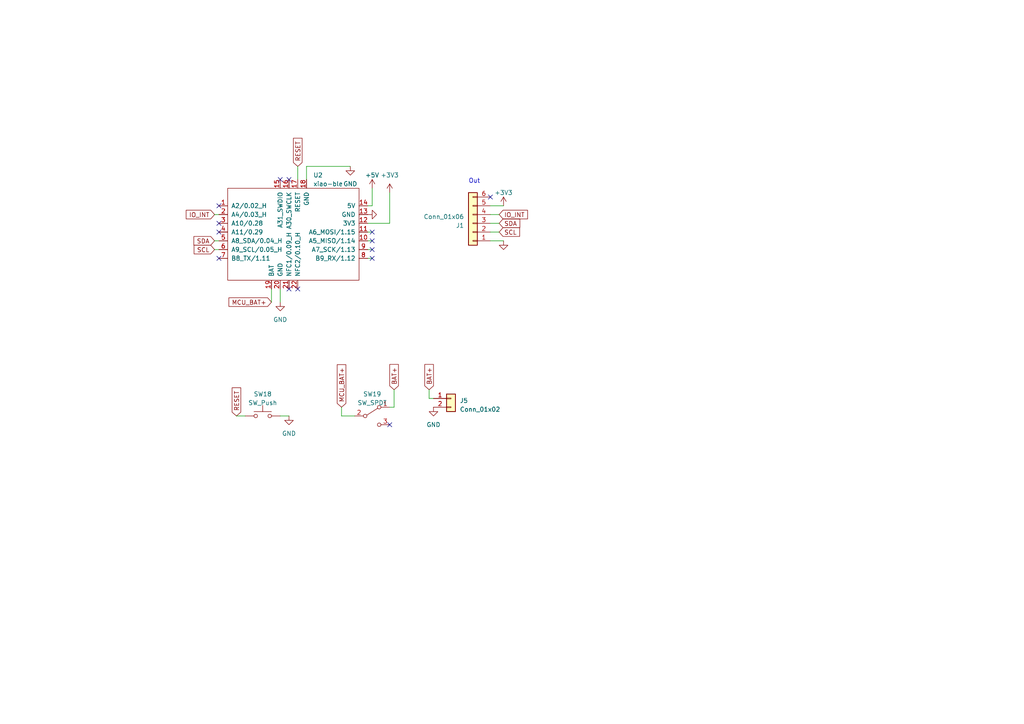
<source format=kicad_sch>
(kicad_sch (version 20230121) (generator eeschema)
  (paper "A4")
  (lib_symbols
    (symbol "+3V3_1" (power) (pin_names (offset 0))
      (property "Value" "+3V3_1" (at 0 3.556 0))
      (symbol "+3V3_1_0_1"
        (polyline (pts (xy -0.762 1.27) (xy 0 2.54)))
        (polyline (pts (xy 0 0) (xy 0 2.54)))
        (polyline (pts (xy 0 2.54) (xy 0.762 1.27)))
      )
      (symbol "+3V3_1_1_1"
        (pin power_in line (at 0 0 90) (length 0) hide (name "+3V3") (number "1"))
      )
    )
    (symbol "Connector_Generic:Conn_01x02" (pin_names (offset 1.016) hide)
      (property "Reference" "J" (at 0 2.54 0))
      (property "Value" "Conn_01x02" (at 0 -5.08 0))
      (symbol "Conn_01x02_1_1"
        (rectangle (start -1.27 -2.413) (end 0 -2.667) (stroke (width 0.1524)))
        (rectangle (start -1.27 0.127) (end 0 -0.127) (stroke (width 0.1524)))
        (rectangle (start -1.27 1.27) (end 1.27 -3.81) (stroke (width 0.254)) (fill (type background)))
        (pin passive line (at -5.08 0 0) (length 3.81) (name "Pin_1") (number "1"))
        (pin passive line (at -5.08 -2.54 0) (length 3.81) (name "Pin_2") (number "2"))
      )
    )
    (symbol "Connector_Generic:Conn_01x06" (pin_names (offset 1.016) hide)
      (property "Reference" "J" (at 0 7.62 0))
      (property "Value" "Conn_01x06" (at 0 -10.16 0))
      (symbol "Conn_01x06_1_1"
        (rectangle (start -1.27 -7.493) (end 0 -7.747) (stroke (width 0.1524)))
        (rectangle (start -1.27 -4.953) (end 0 -5.207) (stroke (width 0.1524)))
        (rectangle (start -1.27 -2.413) (end 0 -2.667) (stroke (width 0.1524)))
        (rectangle (start -1.27 0.127) (end 0 -0.127) (stroke (width 0.1524)))
        (rectangle (start -1.27 2.667) (end 0 2.413) (stroke (width 0.1524)))
        (rectangle (start -1.27 5.207) (end 0 4.953) (stroke (width 0.1524)))
        (rectangle (start -1.27 6.35) (end 1.27 -8.89) (stroke (width 0.254)) (fill (type background)))
        (pin passive line (at -5.08 5.08 0) (length 3.81) (name "Pin_1") (number "1"))
        (pin passive line (at -5.08 2.54 0) (length 3.81) (name "Pin_2") (number "2"))
        (pin passive line (at -5.08 0 0) (length 3.81) (name "Pin_3") (number "3"))
        (pin passive line (at -5.08 -2.54 0) (length 3.81) (name "Pin_4") (number "4"))
        (pin passive line (at -5.08 -5.08 0) (length 3.81) (name "Pin_5") (number "5"))
        (pin passive line (at -5.08 -7.62 0) (length 3.81) (name "Pin_6") (number "6"))
      )
    )
    (symbol "Switch:SW_Push" (pin_numbers hide) (pin_names (offset 1.016) hide)
      (property "Reference" "SW" (at 1.27 2.54 0))
      (property "Value" "SW_Push" (at 0 -1.524 0))
      (symbol "SW_Push_0_1"
        (circle (center -2.032 0) (radius 0.508))
        (polyline (pts (xy 0 1.27) (xy 0 3.048)))
        (polyline (pts (xy 2.54 1.27) (xy -2.54 1.27)))
        (circle (center 2.032 0) (radius 0.508))
        (pin passive line (at -5.08 0 0) (length 2.54) (name "1") (number "1"))
        (pin passive line (at 5.08 0 180) (length 2.54) (name "2") (number "2"))
      )
    )
    (symbol "Switch:SW_SPDT" (pin_names (offset 0) hide)
      (property "Reference" "SW" (at 0 4.318 0))
      (property "Value" "SW_SPDT" (at 0 -5.08 0))
      (symbol "SW_SPDT_0_0"
        (circle (center -2.032 0) (radius 0.508))
        (circle (center 2.032 -2.54) (radius 0.508))
      )
      (symbol "SW_SPDT_0_1"
        (polyline (pts (xy -1.524 0.254) (xy 1.651 2.286)))
        (circle (center 2.032 2.54) (radius 0.508))
      )
      (symbol "SW_SPDT_1_1"
        (pin passive line (at 5.08 2.54 180) (length 2.54) (name "A") (number "1"))
        (pin passive line (at -5.08 0 0) (length 2.54) (name "B") (number "2"))
        (pin passive line (at 5.08 -2.54 180) (length 2.54) (name "C") (number "3"))
      )
    )
    (symbol "mcu:xiao-ble" (pin_names (offset 1.016))
      (property "Reference" "U" (at -17.78 16.51 0))
      (property "Value" "xiao-ble" (at -15.24 13.97 0))
      (symbol "xiao-ble_0_1"
        (rectangle (start -19.05 12.7) (end 19.05 -13.97))
      )
      (symbol "xiao-ble_1_1"
        (pin bidirectional line (at -21.59 7.62 0) (length 2.54) (name "A2/0.02_H") (number "1"))
        (pin bidirectional line (at 21.59 -2.54 180) (length 2.54) (name "A5_MISO/1.14") (number "10"))
        (pin bidirectional line (at 21.59 0 180) (length 2.54) (name "A6_MOSI/1.15") (number "11"))
        (pin power_out line (at 21.59 2.54 180) (length 2.54) (name "3V3") (number "12"))
        (pin power_out line (at 21.59 5.08 180) (length 2.54) (name "GND") (number "13"))
        (pin power_out line (at 21.59 7.62 180) (length 2.54) (name "5V") (number "14"))
        (pin input line (at -3.81 15.24 270) (length 2.54) (name "A31_SWDIO") (number "15"))
        (pin input line (at -1.27 15.24 270) (length 2.54) (name "A30_SWCLK") (number "16"))
        (pin input line (at 1.27 15.24 270) (length 2.54) (name "RESET") (number "17"))
        (pin power_out line (at 3.81 15.24 270) (length 2.54) (name "GND") (number "18"))
        (pin bidirectional line (at -6.35 -16.51 90) (length 2.54) (name "BAT") (number "19"))
        (pin bidirectional line (at -21.59 5.08 0) (length 2.54) (name "A4/0.03_H") (number "2"))
        (pin power_out line (at -3.81 -16.51 90) (length 2.54) (name "GND") (number "20"))
        (pin bidirectional line (at -1.27 -16.51 90) (length 2.54) (name "NFC1/0.09_H") (number "21"))
        (pin bidirectional line (at 1.27 -16.51 90) (length 2.54) (name "NFC2/0.10_H") (number "22"))
        (pin bidirectional line (at -21.59 2.54 0) (length 2.54) (name "A10/0.28") (number "3"))
        (pin bidirectional line (at -21.59 0 0) (length 2.54) (name "A11/0.29") (number "4"))
        (pin bidirectional line (at -21.59 -2.54 0) (length 2.54) (name "A8_SDA/0.04_H") (number "5"))
        (pin bidirectional line (at -21.59 -5.08 0) (length 2.54) (name "A9_SCL/0.05_H") (number "6"))
        (pin bidirectional line (at -21.59 -7.62 0) (length 2.54) (name "B8_TX/1.11") (number "7"))
        (pin bidirectional line (at 21.59 -7.62 180) (length 2.54) (name "B9_RX/1.12") (number "8"))
        (pin bidirectional line (at 21.59 -5.08 180) (length 2.54) (name "A7_SCK/1.13") (number "9"))
      )
    )
    (symbol "power:+5V" (power) (pin_names (offset 0))
      (property "Value" "+5V" (at 0 3.556 0))
      (symbol "+5V_0_1"
        (polyline (pts (xy -0.762 1.27) (xy 0 2.54)))
        (polyline (pts (xy 0 0) (xy 0 2.54)))
        (polyline (pts (xy 0 2.54) (xy 0.762 1.27)))
      )
      (symbol "+5V_1_1"
        (pin power_in line (at 0 0 90) (length 0) hide (name "+5V") (number "1"))
      )
    )
    (symbol "power:GND" (power) (pin_names (offset 0))
      (property "Value" "GND" (at 0 -3.81 0))
      (symbol "GND_0_1"
        (polyline (pts (xy 0 0) (xy 0 -1.27) (xy 1.27 -1.27) (xy 0 -2.54) (xy -1.27 -1.27) (xy 0 -1.27)))
      )
      (symbol "GND_1_1"
        (pin power_in line (at 0 0 270) (length 0) hide (name "GND") (number "1"))
      )
    )
  )
  (no_connect (at 107.95 74.93))
  (no_connect (at 83.82 83.82))
  (no_connect (at 63.5 64.77))
  (no_connect (at 113.03 123.19))
  (no_connect (at 63.5 59.69))
  (no_connect (at 142.24 57.15))
  (no_connect (at 83.82 52.07))
  (no_connect (at 107.95 69.85))
  (no_connect (at 107.95 72.39))
  (no_connect (at 63.5 67.31))
  (no_connect (at 63.5 74.93))
  (no_connect (at 81.28 52.07))
  (no_connect (at 107.95 67.31))
  (no_connect (at 86.36 83.82))
  (wire (pts (xy 144.78 62.23) (xy 142.24 62.23)))
  (wire (pts (xy 88.9 48.26) (xy 101.6 48.26)))
  (wire (pts (xy 144.78 64.77) (xy 142.24 64.77)))
  (wire (pts (xy 107.95 59.69) (xy 106.68 59.69)))
  (wire (pts (xy 99.06 118.11) (xy 99.06 120.65)))
  (wire (pts (xy 78.74 83.82) (xy 78.74 87.63)))
  (wire (pts (xy 114.3 113.03) (xy 114.3 118.11)))
  (wire (pts (xy 62.23 72.39) (xy 63.5 72.39)))
  (wire (pts (xy 62.23 62.23) (xy 63.5 62.23)))
  (wire (pts (xy 142.24 59.69) (xy 146.05 59.69)))
  (wire (pts (xy 88.9 48.26) (xy 88.9 52.07)))
  (wire (pts (xy 83.82 120.65) (xy 81.28 120.65)))
  (wire (pts (xy 124.46 115.57) (xy 125.73 115.57)))
  (wire (pts (xy 86.36 48.26) (xy 86.36 52.07)))
  (wire (pts (xy 142.24 69.85) (xy 146.05 69.85)))
  (wire (pts (xy 107.95 67.31) (xy 106.68 67.31)))
  (wire (pts (xy 107.95 74.93) (xy 106.68 74.93)))
  (wire (pts (xy 62.23 69.85) (xy 63.5 69.85)))
  (wire (pts (xy 113.03 64.77) (xy 113.03 55.88)))
  (wire (pts (xy 106.68 69.85) (xy 107.95 69.85)))
  (wire (pts (xy 107.95 54.61) (xy 107.95 59.69)))
  (wire (pts (xy 124.46 113.03) (xy 124.46 115.57)))
  (wire (pts (xy 106.68 64.77) (xy 113.03 64.77)))
  (wire (pts (xy 68.58 120.65) (xy 71.12 120.65)))
  (wire (pts (xy 114.3 118.11) (xy 113.03 118.11)))
  (wire (pts (xy 81.28 83.82) (xy 81.28 87.63)))
  (wire (pts (xy 99.06 120.65) (xy 102.87 120.65)))
  (wire (pts (xy 144.78 67.31) (xy 142.24 67.31)))
  (wire (pts (xy 107.95 72.39) (xy 106.68 72.39)))
  (text "Out" (at 135.89 53.34 0) (effects (font (size 1.27 1.27)) (justify left bottom)))
  (global_label "BAT+" (shape input) (at 124.46 113.03 90) (property "Intersheetrefs" "${INTERSHEET_REFS}" (effects hide)))
  (global_label "BAT+" (shape input) (at 114.3 113.03 90) (property "Intersheetrefs" "${INTERSHEET_REFS}" (effects hide)))
  (global_label "IO_INT" (shape input) (at 144.78 62.23 0) (property "Intersheetrefs" "${INTERSHEET_REFS}" (effects hide)))
  (global_label "MCU_BAT+" (shape input) (at 99.06 118.11 90) (property "Intersheetrefs" "${INTERSHEET_REFS}" (effects hide)))
  (global_label "SCL" (shape input) (at 144.78 67.31 0) (property "Intersheetrefs" "${INTERSHEET_REFS}" (effects hide)))
  (global_label "SDA" (shape input) (at 144.78 64.77 0) (property "Intersheetrefs" "${INTERSHEET_REFS}" (effects hide)))
  (global_label "IO_INT" (shape input) (at 62.23 62.23 180) (property "Intersheetrefs" "${INTERSHEET_REFS}" (effects hide)))
  (global_label "SDA" (shape input) (at 62.23 69.85 180) (property "Intersheetrefs" "${INTERSHEET_REFS}" (effects hide)))
  (global_label "MCU_BAT+" (shape input) (at 78.74 87.63 180) (property "Intersheetrefs" "${INTERSHEET_REFS}" (effects hide)))
  (global_label "SCL" (shape input) (at 62.23 72.39 180) (property "Intersheetrefs" "${INTERSHEET_REFS}" (effects hide)))
  (global_label "RESET" (shape input) (at 86.36 48.26 90) (property "Intersheetrefs" "${INTERSHEET_REFS}" (effects hide)))
  (global_label "RESET" (shape input) (at 68.58 120.65 90) (property "Intersheetrefs" "${INTERSHEET_REFS}" (effects hide)))
  (symbol (lib_id "Switch:SW_Push") (at 76.2 120.65 0) (unit 1)
    (property "Reference" "SW18" (at 76.2 114.3 0))
    (property "Value" "SW_Push" (at 76.2 116.84 0))
    (property "Footprint" "Button_Switch_SMD:SW_SPST_SKQG_WithStem" (effects hide))
  )
  (symbol (lib_id "power:GND") (at 125.73 118.11 0) (unit 1)
    (property "Reference" "#PWR014" (effects hide))
    (property "Value" "GND" (at 125.73 123.19 0))
    (instances (project "pas_chiffre" (path "" (reference "#PWR014") (unit 1)) (path "" (reference "#PWR026") (unit 1))))
  )
  (symbol (lib_id "power:GND") (at 81.28 87.63 0) (unit 1)
    (property "Reference" "#PWR020" (effects hide))
    (property "Value" "GND" (at 81.28 92.71 0))
    (instances (project "pas_chiffre" (path "" (reference "#PWR020") (unit 1)) (path "" (reference "#PWR025") (unit 1))))
  )
  (symbol (lib_id "Switch:SW_SPDT") (at 107.95 120.65 0) (unit 1)
    (property "Reference" "SW19" (at 107.95 114.3 0))
    (property "Value" "SW_SPDT" (at 107.95 116.84 0))
    (property "Footprint" "switch:switch-MSK-12C02-smd" (effects hide))
  )
  (symbol (lib_id "power:GND") (at 83.82 120.65 0) (unit 1)
    (property "Reference" "#PWR021" (effects hide))
    (property "Value" "GND" (at 83.82 125.73 0))
    (instances (project "pas_chiffre" (path "" (reference "#PWR021") (unit 1)) (path "" (reference "#PWR014") (unit 1))))
  )
  (symbol (lib_id "Connector_Generic:Conn_01x06") (at 137.16 64.77 180) (unit 1)
    (property "Reference" "J1" (at 134.62 65.405 0) (effects (justify left)))
    (property "Value" "Conn_01x06" (at 134.62 62.865 0) (effects (justify left)))
    (property "Footprint" "Connector_FFC-FPC:Hirose_FH12-6S-0.5SH_1x06-1MP_P0.50mm_Horizontal" (effects hide))
  )
  (symbol (lib_id "power:GND") (at 146.05 69.85 0) (mirror y) (unit 1)
    (property "Reference" "#PWR09" (effects hide))
    (property "Value" "GND" (effects hide))
    (instances (project "pas_chiffre" (path "" (reference "#PWR09") (unit 1)) (path "" (reference "#PWR018") (unit 1))))
  )
  (symbol (lib_id "power:GND") (at 106.68 62.23 90) (mirror x) (unit 1)
    (property "Reference" "#PWR022" (effects hide))
    (property "Value" "GND" (effects hide))
    (instances (project "pas_chiffre" (path "" (reference "#PWR022") (unit 1)) (path "" (reference "#PWR017") (unit 1))))
  )
  (symbol (lib_name "+3V3_1") (lib_id "power:+3V3") (at 146.05 59.69 0) (unit 1)
    (property "Reference" "#PWR08" (effects hide))
    (property "Value" "+3V3" (at 146.05 55.88 0))
    (instances (project "pas_chiffre" (path "" (reference "#PWR08") (unit 1)) (path "" (reference "#PWR013") (unit 1))))
  )
  (symbol (lib_id "Connector_Generic:Conn_01x02") (at 130.81 115.57 0) (unit 1)
    (property "Reference" "J5" (at 133.35 116.205 0) (effects (justify left)))
    (property "Value" "Conn_01x02" (at 133.35 118.745 0) (effects (justify left)))
    (property "Footprint" "Connector_JST:JST_PH_S2B-PH-K_1x02_P2.00mm_Horizontal" (effects hide))
  )
  (symbol (lib_id "power:GND") (at 101.6 48.26 0) (unit 1)
    (property "Reference" "#PWR03" (effects hide))
    (property "Value" "GND" (at 101.6 53.34 0))
  )
  (symbol (lib_id "power:+5V") (at 107.95 54.61 0) (mirror y) (unit 1)
    (property "Reference" "#PWR013" (effects hide))
    (property "Value" "+5V" (at 107.95 50.8 0))
    (instances (project "pas_chiffre" (path "" (reference "#PWR013") (unit 1)) (path "" (reference "#PWR08") (unit 1))))
  )
  (symbol (lib_id "mcu:xiao-ble") (at 85.09 67.31 0) (unit 1)
    (property "Reference" "U2" (at 90.8559 50.8 0) (effects (justify left)))
    (property "Value" "xiao-ble" (at 90.8559 53.34 0) (effects (justify left)))
    (property "Footprint" "mcu:xiao-ble-tht-bodge" (effects hide))
  )
  (symbol (lib_name "+3V3_1") (lib_id "power:+3V3") (at 113.03 55.88 0) (unit 1)
    (property "Reference" "#PWR017" (effects hide))
    (property "Value" "+3V3" (at 113.03 50.8 0))
    (instances (project "pas_chiffre" (path "" (reference "#PWR017") (unit 1)) (path "" (reference "#PWR09") (unit 1))))
  )
)
</source>
